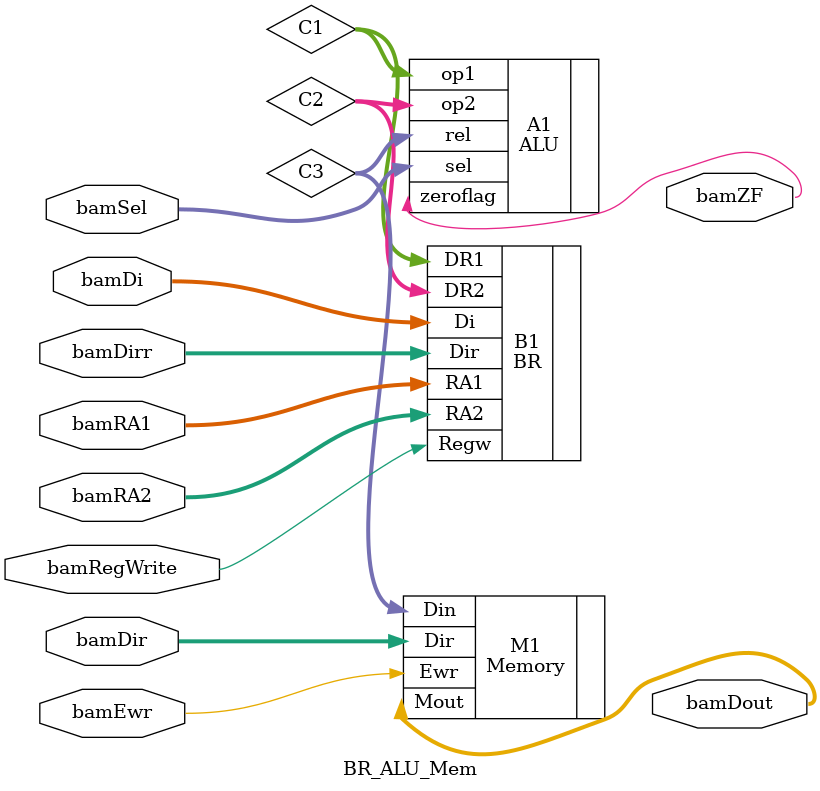
<source format=v>
`timescale 1ns/1ns

module BR_ALU_Mem(
    input bamEwr,
    input [4:0]bamDir,
    input [2:0]bamSel,
    input [4:0]bamRA1,
    input [4:0]bamRA2,
    input [31:0]bamDi,
    input [4:0]bamDirr,
    input bamRegWrite,
    output bamZF,
    output [31:0]bamDout
);

wire [31:0]C1;
wire [31:0]C2;
wire [31:0]C3;

BR B1(
    .RA1(bamRA1),
    .RA2(bamRA2),
    .Di(bamDi),
    .Dir(bamDirr),
    .Regw(bamRegWrite),
    .DR1(C1),
    .DR2(C2)
);

ALU A1(
    .op1(C1),
    .op2(C2),
    .sel(bamSel),
    .rel(C3),
    .zeroflag(bamZF)
);

Memory M1(
    .Din(C3),
    .Ewr(bamEwr),
    .Dir(bamDir),
    .Mout(bamDout)
);

endmodule
</source>
